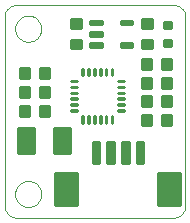
<source format=gtp>
G75*
%MOIN*%
%OFA0B0*%
%FSLAX24Y24*%
%IPPOS*%
%LPD*%
%AMOC8*
5,1,8,0,0,1.08239X$1,22.5*
%
%ADD10C,0.0000*%
%ADD11C,0.0101*%
%ADD12C,0.0100*%
%ADD13C,0.0098*%
%ADD14C,0.0124*%
%ADD15C,0.0100*%
D10*
X000100Y000494D02*
X000100Y006793D01*
X000102Y006832D01*
X000108Y006870D01*
X000117Y006907D01*
X000130Y006944D01*
X000147Y006979D01*
X000166Y007012D01*
X000189Y007043D01*
X000215Y007072D01*
X000244Y007098D01*
X000275Y007121D01*
X000308Y007140D01*
X000343Y007157D01*
X000380Y007170D01*
X000417Y007179D01*
X000455Y007185D01*
X000494Y007187D01*
X005737Y007187D01*
X005776Y007185D01*
X005814Y007179D01*
X005851Y007170D01*
X005888Y007157D01*
X005923Y007140D01*
X005956Y007121D01*
X005987Y007098D01*
X006016Y007072D01*
X006042Y007043D01*
X006065Y007012D01*
X006084Y006979D01*
X006101Y006944D01*
X006114Y006907D01*
X006123Y006870D01*
X006129Y006832D01*
X006131Y006793D01*
X006131Y000494D01*
X006129Y000455D01*
X006123Y000417D01*
X006114Y000380D01*
X006101Y000343D01*
X006084Y000308D01*
X006065Y000275D01*
X006042Y000244D01*
X006016Y000215D01*
X005987Y000189D01*
X005956Y000166D01*
X005923Y000147D01*
X005888Y000130D01*
X005851Y000117D01*
X005814Y000108D01*
X005776Y000102D01*
X005737Y000100D01*
X000494Y000100D01*
X000455Y000102D01*
X000417Y000108D01*
X000380Y000117D01*
X000343Y000130D01*
X000308Y000147D01*
X000275Y000166D01*
X000244Y000189D01*
X000215Y000215D01*
X000189Y000244D01*
X000166Y000275D01*
X000147Y000308D01*
X000130Y000343D01*
X000117Y000380D01*
X000108Y000417D01*
X000102Y000455D01*
X000100Y000494D01*
X000454Y000887D02*
X000456Y000928D01*
X000462Y000969D01*
X000472Y001009D01*
X000485Y001048D01*
X000502Y001085D01*
X000523Y001121D01*
X000547Y001155D01*
X000574Y001186D01*
X000603Y001214D01*
X000636Y001240D01*
X000670Y001262D01*
X000707Y001281D01*
X000745Y001296D01*
X000785Y001308D01*
X000825Y001316D01*
X000866Y001320D01*
X000908Y001320D01*
X000949Y001316D01*
X000989Y001308D01*
X001029Y001296D01*
X001067Y001281D01*
X001103Y001262D01*
X001138Y001240D01*
X001171Y001214D01*
X001200Y001186D01*
X001227Y001155D01*
X001251Y001121D01*
X001272Y001085D01*
X001289Y001048D01*
X001302Y001009D01*
X001312Y000969D01*
X001318Y000928D01*
X001320Y000887D01*
X001318Y000846D01*
X001312Y000805D01*
X001302Y000765D01*
X001289Y000726D01*
X001272Y000689D01*
X001251Y000653D01*
X001227Y000619D01*
X001200Y000588D01*
X001171Y000560D01*
X001138Y000534D01*
X001104Y000512D01*
X001067Y000493D01*
X001029Y000478D01*
X000989Y000466D01*
X000949Y000458D01*
X000908Y000454D01*
X000866Y000454D01*
X000825Y000458D01*
X000785Y000466D01*
X000745Y000478D01*
X000707Y000493D01*
X000671Y000512D01*
X000636Y000534D01*
X000603Y000560D01*
X000574Y000588D01*
X000547Y000619D01*
X000523Y000653D01*
X000502Y000689D01*
X000485Y000726D01*
X000472Y000765D01*
X000462Y000805D01*
X000456Y000846D01*
X000454Y000887D01*
X000454Y006399D02*
X000456Y006440D01*
X000462Y006481D01*
X000472Y006521D01*
X000485Y006560D01*
X000502Y006597D01*
X000523Y006633D01*
X000547Y006667D01*
X000574Y006698D01*
X000603Y006726D01*
X000636Y006752D01*
X000670Y006774D01*
X000707Y006793D01*
X000745Y006808D01*
X000785Y006820D01*
X000825Y006828D01*
X000866Y006832D01*
X000908Y006832D01*
X000949Y006828D01*
X000989Y006820D01*
X001029Y006808D01*
X001067Y006793D01*
X001103Y006774D01*
X001138Y006752D01*
X001171Y006726D01*
X001200Y006698D01*
X001227Y006667D01*
X001251Y006633D01*
X001272Y006597D01*
X001289Y006560D01*
X001302Y006521D01*
X001312Y006481D01*
X001318Y006440D01*
X001320Y006399D01*
X001318Y006358D01*
X001312Y006317D01*
X001302Y006277D01*
X001289Y006238D01*
X001272Y006201D01*
X001251Y006165D01*
X001227Y006131D01*
X001200Y006100D01*
X001171Y006072D01*
X001138Y006046D01*
X001104Y006024D01*
X001067Y006005D01*
X001029Y005990D01*
X000989Y005978D01*
X000949Y005970D01*
X000908Y005966D01*
X000866Y005966D01*
X000825Y005970D01*
X000785Y005978D01*
X000745Y005990D01*
X000707Y006005D01*
X000671Y006024D01*
X000636Y006046D01*
X000603Y006072D01*
X000574Y006100D01*
X000547Y006131D01*
X000523Y006165D01*
X000502Y006201D01*
X000485Y006238D01*
X000472Y006277D01*
X000462Y006317D01*
X000456Y006358D01*
X000454Y006399D01*
D11*
X000557Y002241D02*
X001087Y002241D01*
X000557Y002241D02*
X000557Y003085D01*
X001087Y003085D01*
X001087Y002241D01*
X001087Y002341D02*
X000557Y002341D01*
X000557Y002441D02*
X001087Y002441D01*
X001087Y002541D02*
X000557Y002541D01*
X000557Y002641D02*
X001087Y002641D01*
X001087Y002741D02*
X000557Y002741D01*
X000557Y002841D02*
X001087Y002841D01*
X001087Y002941D02*
X000557Y002941D01*
X000557Y003041D02*
X001087Y003041D01*
X001738Y003085D02*
X002268Y003085D01*
X002268Y002241D01*
X001738Y002241D01*
X001738Y003085D01*
X001738Y002341D02*
X002268Y002341D01*
X002268Y002441D02*
X001738Y002441D01*
X001738Y002541D02*
X002268Y002541D01*
X002268Y002641D02*
X001738Y002641D01*
X001738Y002741D02*
X002268Y002741D01*
X002268Y002841D02*
X001738Y002841D01*
X001738Y002941D02*
X002268Y002941D01*
X002268Y003041D02*
X001738Y003041D01*
X003036Y002615D02*
X003250Y002615D01*
X003250Y001929D01*
X003036Y001929D01*
X003036Y002615D01*
X003036Y002029D02*
X003250Y002029D01*
X003250Y002129D02*
X003036Y002129D01*
X003036Y002229D02*
X003250Y002229D01*
X003250Y002329D02*
X003036Y002329D01*
X003036Y002429D02*
X003250Y002429D01*
X003250Y002529D02*
X003036Y002529D01*
X003528Y002615D02*
X003742Y002615D01*
X003742Y001929D01*
X003528Y001929D01*
X003528Y002615D01*
X003528Y002029D02*
X003742Y002029D01*
X003742Y002129D02*
X003528Y002129D01*
X003528Y002229D02*
X003742Y002229D01*
X003742Y002329D02*
X003528Y002329D01*
X003528Y002429D02*
X003742Y002429D01*
X003742Y002529D02*
X003528Y002529D01*
X004020Y002615D02*
X004234Y002615D01*
X004234Y001929D01*
X004020Y001929D01*
X004020Y002615D01*
X004020Y002029D02*
X004234Y002029D01*
X004234Y002129D02*
X004020Y002129D01*
X004020Y002229D02*
X004234Y002229D01*
X004234Y002329D02*
X004020Y002329D01*
X004020Y002429D02*
X004234Y002429D01*
X004234Y002529D02*
X004020Y002529D01*
X004512Y002615D02*
X004726Y002615D01*
X004726Y001929D01*
X004512Y001929D01*
X004512Y002615D01*
X004512Y002029D02*
X004726Y002029D01*
X004726Y002129D02*
X004512Y002129D01*
X004512Y002229D02*
X004726Y002229D01*
X004726Y002329D02*
X004512Y002329D01*
X004512Y002429D02*
X004726Y002429D01*
X004726Y002529D02*
X004512Y002529D01*
X005431Y006037D02*
X005645Y006037D01*
X005645Y005823D01*
X005431Y005823D01*
X005431Y006037D01*
X005431Y005923D02*
X005645Y005923D01*
X005645Y006023D02*
X005431Y006023D01*
X005431Y006627D02*
X005645Y006627D01*
X005645Y006413D01*
X005431Y006413D01*
X005431Y006627D01*
X005431Y006513D02*
X005645Y006513D01*
X005645Y006613D02*
X005431Y006613D01*
D12*
X004088Y004664D02*
X003874Y004664D01*
X004088Y004664D02*
X004088Y004646D01*
X003874Y004646D01*
X003874Y004664D01*
X003874Y004467D02*
X004088Y004467D01*
X004088Y004449D01*
X003874Y004449D01*
X003874Y004467D01*
X003874Y004270D02*
X004088Y004270D01*
X004088Y004252D01*
X003874Y004252D01*
X003874Y004270D01*
X003874Y004073D02*
X004088Y004073D01*
X004088Y004055D01*
X003874Y004055D01*
X003874Y004073D01*
X003874Y003876D02*
X004088Y003876D01*
X004088Y003858D01*
X003874Y003858D01*
X003874Y003876D01*
X003874Y003679D02*
X004088Y003679D01*
X004088Y003661D01*
X003874Y003661D01*
X003874Y003679D01*
X003677Y003482D02*
X003677Y003268D01*
X003677Y003482D02*
X003695Y003482D01*
X003695Y003268D01*
X003677Y003268D01*
X003677Y003367D02*
X003695Y003367D01*
X003695Y003466D02*
X003677Y003466D01*
X003480Y003482D02*
X003480Y003268D01*
X003480Y003482D02*
X003498Y003482D01*
X003498Y003268D01*
X003480Y003268D01*
X003480Y003367D02*
X003498Y003367D01*
X003498Y003466D02*
X003480Y003466D01*
X003283Y003482D02*
X003283Y003268D01*
X003283Y003482D02*
X003301Y003482D01*
X003301Y003268D01*
X003283Y003268D01*
X003283Y003367D02*
X003301Y003367D01*
X003301Y003466D02*
X003283Y003466D01*
X003086Y003482D02*
X003086Y003268D01*
X003086Y003482D02*
X003104Y003482D01*
X003104Y003268D01*
X003086Y003268D01*
X003086Y003367D02*
X003104Y003367D01*
X003104Y003466D02*
X003086Y003466D01*
X002889Y003482D02*
X002889Y003268D01*
X002889Y003482D02*
X002907Y003482D01*
X002907Y003268D01*
X002889Y003268D01*
X002889Y003367D02*
X002907Y003367D01*
X002907Y003466D02*
X002889Y003466D01*
X002693Y003482D02*
X002693Y003268D01*
X002693Y003482D02*
X002711Y003482D01*
X002711Y003268D01*
X002693Y003268D01*
X002693Y003367D02*
X002711Y003367D01*
X002711Y003466D02*
X002693Y003466D01*
X002513Y003661D02*
X002299Y003661D01*
X002299Y003679D01*
X002513Y003679D01*
X002513Y003661D01*
X002513Y003858D02*
X002299Y003858D01*
X002299Y003876D01*
X002513Y003876D01*
X002513Y003858D01*
X002513Y004055D02*
X002299Y004055D01*
X002299Y004073D01*
X002513Y004073D01*
X002513Y004055D01*
X002513Y004252D02*
X002299Y004252D01*
X002299Y004270D01*
X002513Y004270D01*
X002513Y004252D01*
X002513Y004449D02*
X002299Y004449D01*
X002299Y004467D01*
X002513Y004467D01*
X002513Y004449D01*
X002513Y004646D02*
X002299Y004646D01*
X002299Y004664D01*
X002513Y004664D01*
X002513Y004646D01*
X002711Y004843D02*
X002711Y005057D01*
X002711Y004843D02*
X002693Y004843D01*
X002693Y005057D01*
X002711Y005057D01*
X002711Y004942D02*
X002693Y004942D01*
X002693Y005041D02*
X002711Y005041D01*
X002907Y005057D02*
X002907Y004843D01*
X002889Y004843D01*
X002889Y005057D01*
X002907Y005057D01*
X002907Y004942D02*
X002889Y004942D01*
X002889Y005041D02*
X002907Y005041D01*
X003104Y005057D02*
X003104Y004843D01*
X003086Y004843D01*
X003086Y005057D01*
X003104Y005057D01*
X003104Y004942D02*
X003086Y004942D01*
X003086Y005041D02*
X003104Y005041D01*
X003301Y005057D02*
X003301Y004843D01*
X003283Y004843D01*
X003283Y005057D01*
X003301Y005057D01*
X003301Y004942D02*
X003283Y004942D01*
X003283Y005041D02*
X003301Y005041D01*
X003498Y005057D02*
X003498Y004843D01*
X003480Y004843D01*
X003480Y005057D01*
X003498Y005057D01*
X003498Y004942D02*
X003480Y004942D01*
X003480Y005041D02*
X003498Y005041D01*
X003695Y005057D02*
X003695Y004843D01*
X003677Y004843D01*
X003677Y005057D01*
X003695Y005057D01*
X003695Y004942D02*
X003677Y004942D01*
X003677Y005041D02*
X003695Y005041D01*
D13*
X004976Y005058D02*
X004976Y005392D01*
X004976Y005058D02*
X004680Y005058D01*
X004680Y005392D01*
X004976Y005392D01*
X004976Y005155D02*
X004680Y005155D01*
X004680Y005252D02*
X004976Y005252D01*
X004976Y005349D02*
X004680Y005349D01*
X005017Y005742D02*
X005017Y006038D01*
X005017Y005742D02*
X004683Y005742D01*
X004683Y006038D01*
X005017Y006038D01*
X005017Y005839D02*
X004683Y005839D01*
X004683Y005936D02*
X005017Y005936D01*
X005017Y006033D02*
X004683Y006033D01*
X005017Y006412D02*
X005017Y006708D01*
X005017Y006412D02*
X004683Y006412D01*
X004683Y006708D01*
X005017Y006708D01*
X005017Y006509D02*
X004683Y006509D01*
X004683Y006606D02*
X005017Y006606D01*
X005017Y006703D02*
X004683Y006703D01*
X005645Y005392D02*
X005645Y005058D01*
X005349Y005058D01*
X005349Y005392D01*
X005645Y005392D01*
X005645Y005155D02*
X005349Y005155D01*
X005349Y005252D02*
X005645Y005252D01*
X005645Y005349D02*
X005349Y005349D01*
X005349Y004433D02*
X005645Y004433D01*
X005349Y004433D02*
X005349Y004767D01*
X005645Y004767D01*
X005645Y004433D01*
X005645Y004530D02*
X005349Y004530D01*
X005349Y004627D02*
X005645Y004627D01*
X005645Y004724D02*
X005349Y004724D01*
X004976Y004433D02*
X004680Y004433D01*
X004680Y004767D01*
X004976Y004767D01*
X004976Y004433D01*
X004976Y004530D02*
X004680Y004530D01*
X004680Y004627D02*
X004976Y004627D01*
X004976Y004724D02*
X004680Y004724D01*
X004680Y003808D02*
X004976Y003808D01*
X004680Y003808D02*
X004680Y004142D01*
X004976Y004142D01*
X004976Y003808D01*
X004976Y003905D02*
X004680Y003905D01*
X004680Y004002D02*
X004976Y004002D01*
X004976Y004099D02*
X004680Y004099D01*
X004976Y003517D02*
X004976Y003183D01*
X004680Y003183D01*
X004680Y003517D01*
X004976Y003517D01*
X004976Y003280D02*
X004680Y003280D01*
X004680Y003377D02*
X004976Y003377D01*
X004976Y003474D02*
X004680Y003474D01*
X005645Y003517D02*
X005645Y003183D01*
X005349Y003183D01*
X005349Y003517D01*
X005645Y003517D01*
X005645Y003280D02*
X005349Y003280D01*
X005349Y003377D02*
X005645Y003377D01*
X005645Y003474D02*
X005349Y003474D01*
X005349Y003808D02*
X005645Y003808D01*
X005349Y003808D02*
X005349Y004142D01*
X005645Y004142D01*
X005645Y003808D01*
X005645Y003905D02*
X005349Y003905D01*
X005349Y004002D02*
X005645Y004002D01*
X005645Y004099D02*
X005349Y004099D01*
X002642Y005742D02*
X002308Y005742D01*
X002308Y006038D01*
X002642Y006038D01*
X002642Y005742D01*
X002642Y005839D02*
X002308Y005839D01*
X002308Y005936D02*
X002642Y005936D01*
X002642Y006033D02*
X002308Y006033D01*
X002308Y006412D02*
X002642Y006412D01*
X002308Y006412D02*
X002308Y006708D01*
X002642Y006708D01*
X002642Y006412D01*
X002642Y006509D02*
X002308Y006509D01*
X002308Y006606D02*
X002642Y006606D01*
X002642Y006703D02*
X002308Y006703D01*
X001287Y005080D02*
X001287Y004746D01*
X001287Y005080D02*
X001583Y005080D01*
X001583Y004746D01*
X001287Y004746D01*
X001287Y004843D02*
X001583Y004843D01*
X001583Y004940D02*
X001287Y004940D01*
X001287Y005037D02*
X001583Y005037D01*
X001287Y004455D02*
X001287Y004121D01*
X001287Y004455D02*
X001583Y004455D01*
X001583Y004121D01*
X001287Y004121D01*
X001287Y004218D02*
X001583Y004218D01*
X001583Y004315D02*
X001287Y004315D01*
X001287Y004412D02*
X001583Y004412D01*
X001287Y003830D02*
X001287Y003496D01*
X001287Y003830D02*
X001583Y003830D01*
X001583Y003496D01*
X001287Y003496D01*
X001287Y003593D02*
X001583Y003593D01*
X001583Y003690D02*
X001287Y003690D01*
X001287Y003787D02*
X001583Y003787D01*
X000617Y003830D02*
X000617Y003496D01*
X000617Y003830D02*
X000913Y003830D01*
X000913Y003496D01*
X000617Y003496D01*
X000617Y003593D02*
X000913Y003593D01*
X000913Y003690D02*
X000617Y003690D01*
X000617Y003787D02*
X000913Y003787D01*
X000617Y004121D02*
X000617Y004455D01*
X000913Y004455D01*
X000913Y004121D01*
X000617Y004121D01*
X000617Y004218D02*
X000913Y004218D01*
X000913Y004315D02*
X000617Y004315D01*
X000617Y004412D02*
X000913Y004412D01*
X000617Y004746D02*
X000617Y005080D01*
X000913Y005080D01*
X000913Y004746D01*
X000617Y004746D01*
X000617Y004843D02*
X000913Y004843D01*
X000913Y004940D02*
X000617Y004940D01*
X000617Y005037D02*
X000913Y005037D01*
D14*
X001808Y001569D02*
X002510Y001569D01*
X002510Y000513D01*
X001808Y000513D01*
X001808Y001569D01*
X001808Y000636D02*
X002510Y000636D01*
X002510Y000759D02*
X001808Y000759D01*
X001808Y000882D02*
X002510Y000882D01*
X002510Y001005D02*
X001808Y001005D01*
X001808Y001128D02*
X002510Y001128D01*
X002510Y001251D02*
X001808Y001251D01*
X001808Y001374D02*
X002510Y001374D01*
X002510Y001497D02*
X001808Y001497D01*
X005253Y001569D02*
X005955Y001569D01*
X005955Y000513D01*
X005253Y000513D01*
X005253Y001569D01*
X005253Y000636D02*
X005955Y000636D01*
X005955Y000759D02*
X005253Y000759D01*
X005253Y000882D02*
X005955Y000882D01*
X005955Y001005D02*
X005253Y001005D01*
X005253Y001128D02*
X005955Y001128D01*
X005955Y001251D02*
X005253Y001251D01*
X005253Y001374D02*
X005955Y001374D01*
X005955Y001497D02*
X005253Y001497D01*
D15*
X003988Y005793D02*
X003988Y005909D01*
X004360Y005909D01*
X004360Y005793D01*
X003988Y005793D01*
X003988Y005892D02*
X004360Y005892D01*
X003988Y006541D02*
X003988Y006657D01*
X004360Y006657D01*
X004360Y006541D01*
X003988Y006541D01*
X003988Y006640D02*
X004360Y006640D01*
X002965Y006657D02*
X002965Y006541D01*
X002965Y006657D02*
X003337Y006657D01*
X003337Y006541D01*
X002965Y006541D01*
X002965Y006640D02*
X003337Y006640D01*
X002965Y006283D02*
X002965Y006167D01*
X002965Y006283D02*
X003337Y006283D01*
X003337Y006167D01*
X002965Y006167D01*
X002965Y006266D02*
X003337Y006266D01*
X002965Y005909D02*
X002965Y005793D01*
X002965Y005909D02*
X003337Y005909D01*
X003337Y005793D01*
X002965Y005793D01*
X002965Y005892D02*
X003337Y005892D01*
M02*

</source>
